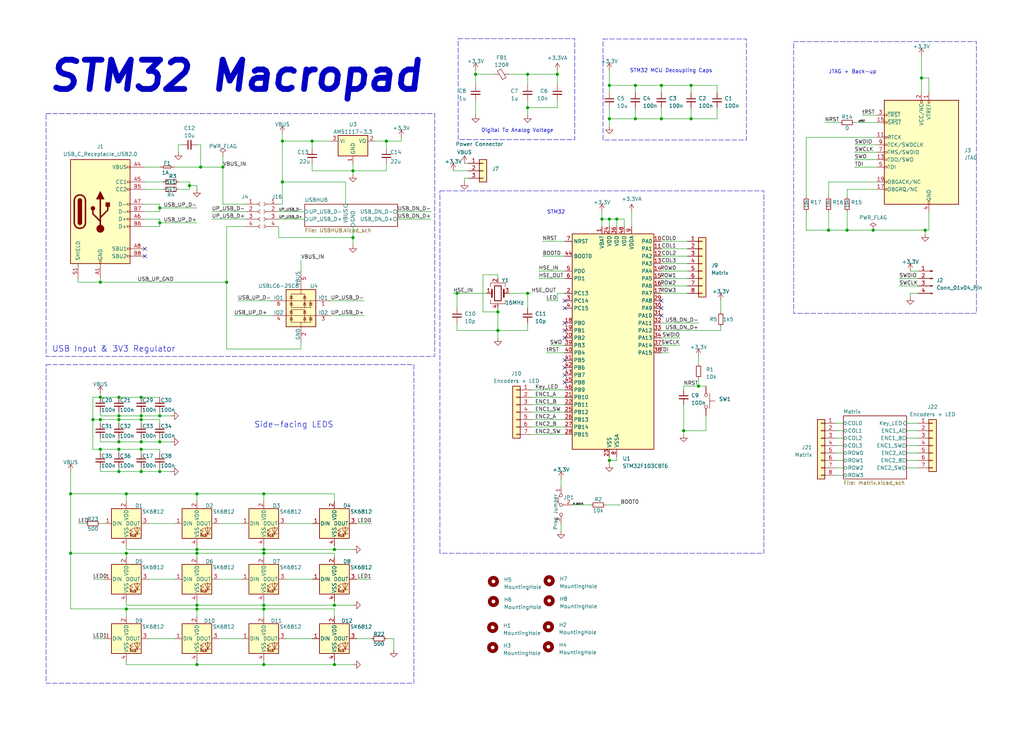
<source format=kicad_sch>
(kicad_sch (version 20230121) (generator eeschema)
  (paper "User" 350.012 250.012)
  (title_block (title "STM32 Macropad") (date "2023-12-06") (rev "1") (company "Irfaan"))
  (junction (at 40.64 143.51))
  (junction (at 120.65 58.42))
  (junction (at 170.18 106.68))
  (junction (at 54.61 76.2))
  (junction (at 43.18 168.91))
  (junction (at 68.58 57.15))
  (junction (at 233.68 147.32))
  (junction (at 40.64 135.89))
  (junction (at 210.82 74.93))
  (junction (at 67.31 207.01))
  (junction (at 40.64 151.13))
  (junction (at 67.31 208.28))
  (junction (at 132.08 48.26))
  (junction (at 90.17 168.91))
  (junction (at 283.21 78.74))
  (junction (at 77.47 96.52))
  (junction (at 114.3 207.01))
  (junction (at 120.65 81.28))
  (junction (at 24.13 189.23))
  (junction (at 54.61 71.12))
  (junction (at 34.29 153.67))
  (junction (at 48.26 161.29))
  (junction (at 217.17 40.64))
  (junction (at 54.61 151.13))
  (junction (at 162.56 25.4))
  (junction (at 31.75 143.51))
  (junction (at 90.17 189.23))
  (junction (at 208.28 74.93))
  (junction (at 76.2 57.15))
  (junction (at 106.68 48.26))
  (junction (at 208.28 157.48))
  (junction (at 236.22 29.21))
  (junction (at 114.3 227.33))
  (junction (at 54.61 161.29))
  (junction (at 90.17 227.33))
  (junction (at 48.26 142.24))
  (junction (at 54.61 142.24))
  (junction (at 217.17 29.21))
  (junction (at 180.34 25.4))
  (junction (at 208.28 29.21))
  (junction (at 205.74 74.93))
  (junction (at 67.31 189.23))
  (junction (at 24.13 168.91))
  (junction (at 34.29 135.89))
  (junction (at 114.3 187.96))
  (junction (at 314.96 26.67))
  (junction (at 43.18 189.23))
  (junction (at 34.29 96.52))
  (junction (at 96.52 48.26))
  (junction (at 34.29 143.51))
  (junction (at 190.5 25.4))
  (junction (at 226.06 29.21))
  (junction (at 156.21 100.33))
  (junction (at 48.26 151.13))
  (junction (at 90.17 208.28))
  (junction (at 180.34 36.83))
  (junction (at 236.22 40.64))
  (junction (at 67.31 227.33))
  (junction (at 170.18 113.03))
  (junction (at 238.76 132.08))
  (junction (at 90.17 207.01))
  (junction (at 67.31 187.96))
  (junction (at 48.26 143.51))
  (junction (at 90.17 187.96))
  (junction (at 208.28 40.64))
  (junction (at 43.18 208.28))
  (junction (at 67.31 168.91))
  (junction (at 48.26 135.89))
  (junction (at 96.52 62.23))
  (junction (at 40.64 153.67))
  (junction (at 226.06 40.64))
  (junction (at 298.45 78.74))
  (junction (at 316.23 78.74))
  (junction (at 48.26 153.67))
  (junction (at 64.77 63.5))
  (junction (at 180.34 100.33))
  (junction (at 40.64 142.24))
  (junction (at 40.64 161.29))
  (junction (at 289.56 78.74))
  (no_connect (at 193.04 110.49))
  (no_connect (at 226.06 107.95))
  (no_connect (at 226.06 102.87))
  (no_connect (at 193.04 125.73))
  (no_connect (at 49.53 87.63))
  (no_connect (at 193.04 105.41))
  (no_connect (at 193.04 115.57))
  (no_connect (at 49.53 85.09))
  (no_connect (at 193.04 128.27))
  (no_connect (at 193.04 102.87))
  (no_connect (at 226.06 105.41))
  (no_connect (at 193.04 123.19))
  (no_connect (at 193.04 130.81))
  (no_connect (at 193.04 113.03))
  (wire (pts (xy 226.06 85.09) (xy 234.95 85.09)))
  (wire (pts (xy 185.42 87.63) (xy 193.04 87.63)))
  (wire (pts (xy 285.75 149.86) (xy 288.29 149.86)))
  (wire (pts (xy 43.18 189.23) (xy 43.18 190.5)))
  (wire (pts (xy 217.17 40.64) (xy 226.06 40.64)))
  (wire (pts (xy 120.65 55.88) (xy 120.65 58.42)))
  (wire (pts (xy 137.16 48.26) (xy 137.16 46.99)))
  (wire (pts (xy 114.3 189.23) (xy 114.3 190.5)))
  (wire (pts (xy 233.68 147.32) (xy 233.68 138.43)))
  (wire (pts (xy 67.31 168.91) (xy 67.31 171.45)))
  (wire (pts (xy 77.47 77.47) (xy 83.82 77.47)))
  (wire (pts (xy 54.61 160.02) (xy 54.61 161.29)))
  (wire (pts (xy 64.77 64.77) (xy 60.96 64.77)))
  (wire (pts (xy 184.15 95.25) (xy 193.04 95.25)))
  (wire (pts (xy 54.61 69.85) (xy 54.61 71.12)))
  (wire (pts (xy 31.75 135.89) (xy 31.75 143.51)))
  (wire (pts (xy 292.1 54.61) (xy 299.72 54.61)))
  (wire (pts (xy 24.13 161.29) (xy 24.13 168.91)))
  (wire (pts (xy 275.59 72.39) (xy 275.59 78.74)))
  (wire (pts (xy 49.53 64.77) (xy 55.88 64.77)))
  (wire (pts (xy 24.13 189.23) (xy 43.18 189.23)))
  (wire (pts (xy 121.92 198.12) (xy 127 198.12)))
  (wire (pts (xy 238.76 129.54) (xy 238.76 132.08)))
  (wire (pts (xy 58.42 142.24) (xy 54.61 142.24)))
  (wire (pts (xy 48.26 160.02) (xy 48.26 161.29)))
  (wire (pts (xy 181.61 138.43) (xy 193.04 138.43)))
  (wire (pts (xy 208.28 40.64) (xy 208.28 36.83)))
  (wire (pts (xy 154.94 100.33) (xy 156.21 100.33)))
  (wire (pts (xy 210.82 157.48) (xy 208.28 157.48)))
  (wire (pts (xy 309.88 157.48) (xy 313.69 157.48)))
  (wire (pts (xy 275.59 46.99) (xy 275.59 67.31)))
  (wire (pts (xy 283.21 62.23) (xy 283.21 67.31)))
  (wire (pts (xy 170.18 113.03) (xy 170.18 115.57)))
  (wire (pts (xy 67.31 207.01) (xy 90.17 207.01)))
  (wire (pts (xy 236.22 40.64) (xy 245.11 40.64)))
  (wire (pts (xy 50.8 218.44) (xy 59.69 218.44)))
  (wire (pts (xy 162.56 34.29) (xy 162.56 39.37)))
  (wire (pts (xy 226.06 100.33) (xy 234.95 100.33)))
  (wire (pts (xy 67.31 227.33) (xy 90.17 227.33)))
  (wire (pts (xy 120.65 77.47) (xy 120.65 81.28)))
  (wire (pts (xy 54.61 71.12) (xy 54.61 72.39)))
  (wire (pts (xy 158.75 62.23) (xy 158.75 60.96)))
  (wire (pts (xy 207.01 172.72) (xy 212.09 172.72)))
  (wire (pts (xy 95.25 74.93) (xy 104.14 74.93)))
  (wire (pts (xy 213.36 74.93) (xy 210.82 74.93)))
  (wire (pts (xy 34.29 151.13) (xy 40.64 151.13)))
  (wire (pts (xy 40.64 151.13) (xy 48.26 151.13)))
  (wire (pts (xy 208.28 77.47) (xy 208.28 74.93)))
  (wire (pts (xy 195.58 172.72) (xy 201.93 172.72)))
  (wire (pts (xy 90.17 205.74) (xy 90.17 207.01)))
  (wire (pts (xy 67.31 187.96) (xy 67.31 186.69)))
  (wire (pts (xy 24.13 208.28) (xy 43.18 208.28)))
  (wire (pts (xy 154.94 58.42) (xy 160.02 58.42)))
  (wire (pts (xy 281.94 41.91) (xy 287.02 41.91)))
  (wire (pts (xy 114.3 207.01) (xy 114.3 205.74)))
  (wire (pts (xy 40.64 140.97) (xy 40.64 142.24)))
  (wire (pts (xy 48.26 140.97) (xy 48.26 142.24)))
  (wire (pts (xy 90.17 226.06) (xy 90.17 227.33)))
  (wire (pts (xy 313.69 92.71) (xy 311.15 92.71)))
  (wire (pts (xy 95.25 77.47) (xy 95.25 81.28)))
  (wire (pts (xy 217.17 36.83) (xy 217.17 40.64)))
  (wire (pts (xy 132.08 48.26) (xy 132.08 50.8)))
  (wire (pts (xy 168.91 25.4) (xy 162.56 25.4)))
  (wire (pts (xy 124.46 102.87) (xy 113.03 102.87)))
  (wire (pts (xy 226.06 82.55) (xy 234.95 82.55)))
  (wire (pts (xy 208.28 31.75) (xy 208.28 29.21)))
  (wire (pts (xy 292.1 49.53) (xy 299.72 49.53)))
  (wire (pts (xy 114.3 187.96) (xy 120.65 187.96)))
  (wire (pts (xy 34.29 161.29) (xy 40.64 161.29)))
  (wire (pts (xy 67.31 226.06) (xy 67.31 227.33)))
  (wire (pts (xy 113.03 48.26) (xy 106.68 48.26)))
  (wire (pts (xy 246.38 102.87) (xy 246.38 106.68)))
  (wire (pts (xy 283.21 72.39) (xy 283.21 78.74)))
  (wire (pts (xy 309.88 152.4) (xy 313.69 152.4)))
  (wire (pts (xy 241.3 147.32) (xy 233.68 147.32)))
  (wire (pts (xy 26.67 179.07) (xy 29.21 179.07)))
  (wire (pts (xy 40.64 153.67) (xy 40.64 154.94)))
  (wire (pts (xy 67.31 49.53) (xy 68.58 49.53)))
  (wire (pts (xy 205.74 74.93) (xy 205.74 77.47)))
  (wire (pts (xy 40.64 160.02) (xy 40.64 161.29)))
  (wire (pts (xy 90.17 168.91) (xy 90.17 171.45)))
  (wire (pts (xy 48.26 142.24) (xy 54.61 142.24)))
  (wire (pts (xy 43.18 208.28) (xy 43.18 210.82)))
  (wire (pts (xy 90.17 189.23) (xy 90.17 190.5)))
  (wire (pts (xy 292.1 57.15) (xy 299.72 57.15)))
  (wire (pts (xy 120.65 207.01) (xy 114.3 207.01)))
  (wire (pts (xy 54.61 143.51) (xy 54.61 144.78)))
  (wire (pts (xy 217.17 40.64) (xy 208.28 40.64)))
  (wire (pts (xy 54.61 76.2) (xy 67.31 76.2)))
  (wire (pts (xy 34.29 153.67) (xy 40.64 153.67)))
  (wire (pts (xy 77.47 96.52) (xy 77.47 119.38)))
  (wire (pts (xy 40.64 149.86) (xy 40.64 151.13)))
  (wire (pts (xy 43.18 207.01) (xy 67.31 207.01)))
  (wire (pts (xy 165.1 93.98) (xy 170.18 93.98)))
  (wire (pts (xy 114.3 227.33) (xy 114.3 226.06)))
  (wire (pts (xy 96.52 69.85) (xy 95.25 69.85)))
  (wire (pts (xy 233.68 132.08) (xy 233.68 133.35)))
  (wire (pts (xy 180.34 25.4) (xy 173.99 25.4)))
  (wire (pts (xy 43.18 168.91) (xy 67.31 168.91)))
  (wire (pts (xy 54.61 77.47) (xy 49.53 77.47)))
  (wire (pts (xy 236.22 36.83) (xy 236.22 40.64)))
  (wire (pts (xy 215.9 72.39) (xy 215.9 77.47)))
  (wire (pts (xy 132.08 48.26) (xy 137.16 48.26)))
  (wire (pts (xy 132.08 58.42) (xy 120.65 58.42)))
  (wire (pts (xy 72.39 74.93) (xy 83.82 74.93)))
  (wire (pts (xy 34.29 140.97) (xy 34.29 142.24)))
  (wire (pts (xy 50.8 198.12) (xy 59.69 198.12)))
  (wire (pts (xy 120.65 81.28) (xy 120.65 83.82)))
  (wire (pts (xy 34.29 143.51) (xy 34.29 144.78)))
  (wire (pts (xy 285.75 147.32) (xy 288.29 147.32)))
  (wire (pts (xy 289.56 72.39) (xy 289.56 78.74)))
  (wire (pts (xy 43.18 208.28) (xy 67.31 208.28)))
  (wire (pts (xy 102.87 88.9) (xy 102.87 92.71)))
  (wire (pts (xy 190.5 102.87) (xy 190.5 100.33)))
  (wire (pts (xy 316.23 78.74) (xy 316.23 80.01)))
  (wire (pts (xy 40.64 161.29) (xy 48.26 161.29)))
  (wire (pts (xy 124.46 107.95) (xy 113.03 107.95)))
  (wire (pts (xy 24.13 189.23) (xy 24.13 208.28)))
  (wire (pts (xy 162.56 24.13) (xy 162.56 25.4)))
  (wire (pts (xy 181.61 135.89) (xy 193.04 135.89)))
  (wire (pts (xy 59.69 57.15) (xy 68.58 57.15)))
  (wire (pts (xy 34.29 96.52) (xy 77.47 96.52)))
  (wire (pts (xy 180.34 110.49) (xy 180.34 113.03)))
  (wire (pts (xy 60.96 49.53) (xy 60.96 52.07)))
  (wire (pts (xy 307.34 97.79) (xy 313.69 97.79)))
  (wire (pts (xy 90.17 208.28) (xy 114.3 208.28)))
  (wire (pts (xy 54.61 71.12) (xy 67.31 71.12)))
  (wire (pts (xy 285.75 160.02) (xy 288.29 160.02)))
  (wire (pts (xy 90.17 227.33) (xy 114.3 227.33)))
  (wire (pts (xy 96.52 48.26) (xy 106.68 48.26)))
  (wire (pts (xy 238.76 132.08) (xy 241.3 132.08)))
  (wire (pts (xy 180.34 25.4) (xy 180.34 29.21)))
  (wire (pts (xy 127 179.07) (xy 121.92 179.07)))
  (wire (pts (xy 96.52 69.85) (xy 96.52 62.23)))
  (wire (pts (xy 106.68 58.42) (xy 120.65 58.42)))
  (wire (pts (xy 31.75 143.51) (xy 34.29 143.51)))
  (wire (pts (xy 226.06 110.49) (xy 238.76 110.49)))
  (wire (pts (xy 294.64 39.37) (xy 299.72 39.37)))
  (wire (pts (xy 180.34 113.03) (xy 170.18 113.03)))
  (wire (pts (xy 135.89 74.93) (xy 147.32 74.93)))
  (wire (pts (xy 90.17 187.96) (xy 114.3 187.96)))
  (wire (pts (xy 170.18 93.98) (xy 170.18 95.25)))
  (wire (pts (xy 134.62 218.44) (xy 134.62 222.25)))
  (wire (pts (xy 313.69 100.33) (xy 311.15 100.33)))
  (wire (pts (xy 64.77 63.5) (xy 64.77 64.77)))
  (wire (pts (xy 317.5 78.74) (xy 316.23 78.74)))
  (wire (pts (xy 226.06 87.63) (xy 234.95 87.63)))
  (wire (pts (xy 74.93 198.12) (xy 82.55 198.12)))
  (wire (pts (xy 64.77 63.5) (xy 67.31 63.5)))
  (wire (pts (xy 285.75 154.94) (xy 288.29 154.94)))
  (wire (pts (xy 132.08 218.44) (xy 134.62 218.44)))
  (wire (pts (xy 64.77 62.23) (xy 64.77 63.5)))
  (wire (pts (xy 289.56 78.74) (xy 298.45 78.74)))
  (wire (pts (xy 26.67 96.52) (xy 26.67 95.25)))
  (wire (pts (xy 186.69 120.65) (xy 193.04 120.65)))
  (wire (pts (xy 314.96 19.05) (xy 314.96 26.67)))
  (wire (pts (xy 68.58 57.15) (xy 76.2 57.15)))
  (wire (pts (xy 309.88 147.32) (xy 313.69 147.32)))
  (wire (pts (xy 314.96 31.75) (xy 314.96 26.67)))
  (wire (pts (xy 213.36 77.47) (xy 213.36 74.93)))
  (wire (pts (xy 210.82 77.47) (xy 210.82 74.93)))
  (wire (pts (xy 114.3 187.96) (xy 114.3 186.69)))
  (wire (pts (xy 226.06 29.21) (xy 236.22 29.21)))
  (wire (pts (xy 54.61 151.13) (xy 54.61 149.86)))
  (wire (pts (xy 292.1 41.91) (xy 299.72 41.91)))
  (wire (pts (xy 190.5 25.4) (xy 180.34 25.4)))
  (wire (pts (xy 226.06 115.57) (xy 232.41 115.57)))
  (wire (pts (xy 205.74 72.39) (xy 205.74 74.93)))
  (wire (pts (xy 34.29 153.67) (xy 34.29 154.94)))
  (wire (pts (xy 62.23 49.53) (xy 60.96 49.53)))
  (wire (pts (xy 226.06 40.64) (xy 236.22 40.64)))
  (wire (pts (xy 208.28 74.93) (xy 205.74 74.93)))
  (wire (pts (xy 317.5 72.39) (xy 317.5 78.74)))
  (wire (pts (xy 114.3 208.28) (xy 114.3 210.82)))
  (wire (pts (xy 114.3 168.91) (xy 114.3 171.45)))
  (wire (pts (xy 50.8 179.07) (xy 59.69 179.07)))
  (wire (pts (xy 76.2 69.85) (xy 83.82 69.85)))
  (wire (pts (xy 187.96 118.11) (xy 193.04 118.11)))
  (wire (pts (xy 190.5 25.4) (xy 190.5 29.21)))
  (wire (pts (xy 180.34 100.33) (xy 181.61 100.33)))
  (wire (pts (xy 40.64 143.51) (xy 40.64 144.78)))
  (wire (pts (xy 217.17 29.21) (xy 226.06 29.21)))
  (wire (pts (xy 132.08 55.88) (xy 132.08 58.42)))
  (wire (pts (xy 26.67 96.52) (xy 34.29 96.52)))
  (wire (pts (xy 190.5 36.83) (xy 180.34 36.83)))
  (wire (pts (xy 185.42 82.55) (xy 193.04 82.55)))
  (wire (pts (xy 106.68 48.26) (xy 106.68 50.8)))
  (wire (pts (xy 208.28 29.21) (xy 217.17 29.21)))
  (wire (pts (xy 210.82 156.21) (xy 210.82 157.48)))
  (wire (pts (xy 90.17 189.23) (xy 114.3 189.23)))
  (wire (pts (xy 48.26 143.51) (xy 48.26 144.78)))
  (wire (pts (xy 170.18 106.68) (xy 165.1 106.68)))
  (wire (pts (xy 77.47 96.52) (xy 77.47 77.47)))
  (wire (pts (xy 289.56 64.77) (xy 289.56 67.31)))
  (wire (pts (xy 67.31 208.28) (xy 67.31 210.82)))
  (wire (pts (xy 118.11 62.23) (xy 96.52 62.23)))
  (wire (pts (xy 31.75 198.12) (xy 35.56 198.12)))
  (wire (pts (xy 285.75 162.56) (xy 288.29 162.56)))
  (wire (pts (xy 96.52 48.26) (xy 96.52 45.72)))
  (wire (pts (xy 120.65 227.33) (xy 114.3 227.33)))
  (wire (pts (xy 298.45 78.74) (xy 316.23 78.74)))
  (wire (pts (xy 40.64 143.51) (xy 48.26 143.51)))
  (wire (pts (xy 190.5 34.29) (xy 190.5 36.83)))
  (wire (pts (xy 292.1 52.07) (xy 299.72 52.07)))
  (wire (pts (xy 184.15 92.71) (xy 193.04 92.71)))
  (wire (pts (xy 24.13 168.91) (xy 43.18 168.91)))
  (wire (pts (xy 74.93 218.44) (xy 82.55 218.44)))
  (wire (pts (xy 34.29 149.86) (xy 34.29 151.13)))
  (wire (pts (xy 208.28 24.13) (xy 208.28 29.21)))
  (wire (pts (xy 40.64 153.67) (xy 48.26 153.67)))
  (wire (pts (xy 54.61 74.93) (xy 54.61 76.2)))
  (wire (pts (xy 238.76 121.92) (xy 238.76 124.46)))
  (wire (pts (xy 43.18 205.74) (xy 43.18 207.01)))
  (wire (pts (xy 208.28 40.64) (xy 208.28 43.18)))
  (wire (pts (xy 102.87 119.38) (xy 102.87 116.84)))
  (wire (pts (xy 34.29 160.02) (xy 34.29 161.29)))
  (wire (pts (xy 40.64 142.24) (xy 48.26 142.24)))
  (wire (pts (xy 60.96 62.23) (xy 64.77 62.23)))
  (wire (pts (xy 314.96 26.67) (xy 317.5 26.67)))
  (wire (pts (xy 34.29 142.24) (xy 40.64 142.24)))
  (wire (pts (xy 31.75 218.44) (xy 35.56 218.44)))
  (wire (pts (xy 24.13 168.91) (xy 24.13 189.23)))
  (wire (pts (xy 43.18 189.23) (xy 67.31 189.23)))
  (wire (pts (xy 156.21 110.49) (xy 156.21 113.03)))
  (wire (pts (xy 285.75 157.48) (xy 288.29 157.48)))
  (wire (pts (xy 309.88 144.78) (xy 313.69 144.78)))
  (wire (pts (xy 54.61 153.67) (xy 54.61 154.94)))
  (wire (pts (xy 191.77 179.07) (xy 191.77 181.61)))
  (wire (pts (xy 236.22 29.21) (xy 236.22 31.75)))
  (wire (pts (xy 97.79 198.12) (xy 106.68 198.12)))
  (wire (pts (xy 95.25 72.39) (xy 104.14 72.39)))
  (wire (pts (xy 181.61 140.97) (xy 193.04 140.97)))
  (wire (pts (xy 307.34 95.25) (xy 313.69 95.25)))
  (wire (pts (xy 54.61 142.24) (xy 54.61 140.97)))
  (wire (pts (xy 186.69 102.87) (xy 190.5 102.87)))
  (wire (pts (xy 181.61 148.59) (xy 193.04 148.59)))
  (wire (pts (xy 80.01 107.95) (xy 92.71 107.95)))
  (wire (pts (xy 226.06 29.21) (xy 226.06 31.75)))
  (wire (pts (xy 208.28 156.21) (xy 208.28 157.48)))
  (wire (pts (xy 96.52 62.23) (xy 96.52 48.26)))
  (wire (pts (xy 67.31 187.96) (xy 90.17 187.96)))
  (wire (pts (xy 43.18 186.69) (xy 43.18 187.96)))
  (wire (pts (xy 49.53 74.93) (xy 54.61 74.93)))
  (wire (pts (xy 226.06 113.03) (xy 246.38 113.03)))
  (wire (pts (xy 76.2 57.15) (xy 76.2 69.85)))
  (wire (pts (xy 241.3 142.24) (xy 241.3 147.32)))
  (wire (pts (xy 226.06 90.17) (xy 234.95 90.17)))
  (wire (pts (xy 48.26 161.29) (xy 54.61 161.29)))
  (wire (pts (xy 165.1 106.68) (xy 165.1 93.98)))
  (wire (pts (xy 128.27 48.26) (xy 132.08 48.26)))
  (wire (pts (xy 118.11 62.23) (xy 118.11 69.85)))
  (wire (pts (xy 34.29 135.89) (xy 31.75 135.89)))
  (wire (pts (xy 74.93 179.07) (xy 82.55 179.07)))
  (wire (pts (xy 58.42 151.13) (xy 54.61 151.13)))
  (wire (pts (xy 43.18 226.06) (xy 43.18 227.33)))
  (wire (pts (xy 162.56 25.4) (xy 162.56 29.21)))
  (wire (pts (xy 67.31 168.91) (xy 90.17 168.91)))
  (wire (pts (xy 180.34 36.83) (xy 180.34 34.29)))
  (wire (pts (xy 238.76 132.08) (xy 233.68 132.08)))
  (wire (pts (xy 156.21 100.33) (xy 156.21 105.41)))
  (wire (pts (xy 48.26 149.86) (xy 48.26 151.13)))
  (wire (pts (xy 245.11 29.21) (xy 245.11 31.75)))
  (wire (pts (xy 309.88 160.02) (xy 313.69 160.02)))
  (wire (pts (xy 120.65 58.42) (xy 120.65 59.69)))
  (wire (pts (xy 49.53 62.23) (xy 55.88 62.23)))
  (wire (pts (xy 48.26 153.67) (xy 48.26 154.94)))
  (wire (pts (xy 180.34 100.33) (xy 180.34 105.41)))
  (wire (pts (xy 90.17 187.96) (xy 90.17 186.69)))
  (wire (pts (xy 34.29 134.62) (xy 34.29 135.89)))
  (wire (pts (xy 180.34 36.83) (xy 180.34 39.37)))
  (wire (pts (xy 190.5 24.13) (xy 190.5 25.4)))
  (wire (pts (xy 90.17 208.28) (xy 90.17 210.82)))
  (wire (pts (xy 275.59 78.74) (xy 283.21 78.74)))
  (wire (pts (xy 236.22 29.21) (xy 245.11 29.21)))
  (wire (pts (xy 245.11 36.83) (xy 245.11 40.64)))
  (wire (pts (xy 158.75 55.88) (xy 160.02 55.88)))
  (wire (pts (xy 81.28 102.87) (xy 92.71 102.87)))
  (wire (pts (xy 97.79 218.44) (xy 106.68 218.44)))
  (wire (pts (xy 54.61 76.2) (xy 54.61 77.47)))
  (wire (pts (xy 49.53 57.15) (xy 54.61 57.15)))
  (wire (pts (xy 226.06 36.83) (xy 226.06 40.64)))
  (wire (pts (xy 246.38 113.03) (xy 246.38 111.76)))
  (wire (pts (xy 48.26 153.67) (xy 54.61 153.67)))
  (wire (pts (xy 67.31 205.74) (xy 67.31 207.01)))
  (wire (pts (xy 233.68 147.32) (xy 233.68 148.59)))
  (wire (pts (xy 68.58 49.53) (xy 68.58 57.15)))
  (wire (pts (xy 210.82 74.93) (xy 208.28 74.93)))
  (wire (pts (xy 48.26 151.13) (xy 54.61 151.13)))
  (wire (pts (xy 285.75 144.78) (xy 288.29 144.78)))
  (wire (pts (xy 54.61 72.39) (xy 49.53 72.39)))
  (wire (pts (xy 311.15 100.33) (xy 311.15 101.6)))
  (wire (pts (xy 309.88 154.94) (xy 313.69 154.94)))
  (wire (pts (xy 40.64 135.89) (xy 48.26 135.89)))
  (wire (pts (xy 158.75 60.96) (xy 160.02 60.96)))
  (wire (pts (xy 49.53 69.85) (xy 54.61 69.85)))
  (wire (pts (xy 226.06 97.79) (xy 234.95 97.79)))
  (wire (pts (xy 90.17 168.91) (xy 114.3 168.91)))
  (wire (pts (xy 190.5 100.33) (xy 193.04 100.33)))
  (wire (pts (xy 77.47 119.38) (xy 102.87 119.38)))
  (wire (pts (xy 67.31 208.28) (xy 90.17 208.28)))
  (wire (pts (xy 170.18 106.68) (xy 170.18 113.03)))
  (wire (pts (xy 43.18 187.96) (xy 67.31 187.96)))
  (wire (pts (xy 309.88 149.86) (xy 313.69 149.86)))
  (wire (pts (xy 34.29 135.89) (xy 40.64 135.89)))
  (wire (pts (xy 226.06 120.65) (xy 228.6 120.65)))
  (wire (pts (xy 48.26 143.51) (xy 54.61 143.51)))
  (wire (pts (xy 43.18 168.91) (xy 43.18 171.45)))
  (wire (pts (xy 106.68 55.88) (xy 106.68 58.42)))
  (wire (pts (xy 135.89 72.39) (xy 147.32 72.39)))
  (wire (pts (xy 76.2 53.34) (xy 76.2 57.15)))
  (wire (pts (xy 97.79 179.07) (xy 106.68 179.07)))
  (wire (pts (xy 72.39 72.39) (xy 83.82 72.39)))
  (wire (pts (xy 299.72 62.23) (xy 283.21 62.23)))
  (wire (pts (xy 208.28 157.48) (xy 208.28 158.75)))
  (wire (pts (xy 31.75 143.51) (xy 31.75 153.67)))
  (wire (pts (xy 299.72 64.77) (xy 289.56 64.77)))
  (wire (pts (xy 67.31 63.5) (xy 67.31 64.77)))
  (wire (pts (xy 34.29 95.25) (xy 34.29 96.52)))
  (wire (pts (xy 67.31 189.23) (xy 67.31 190.5)))
  (wire (pts (xy 181.61 146.05) (xy 193.04 146.05)))
  (wire (pts (xy 34.29 143.51) (xy 40.64 143.51)))
  (wire (pts (xy 317.5 26.67) (xy 317.5 31.75)))
  (wire (pts (xy 95.25 81.28) (xy 120.65 81.28)))
  (wire (pts (xy 285.75 152.4) (xy 288.29 152.4)))
  (wire (pts (xy 170.18 105.41) (xy 170.18 106.68)))
  (wire (pts (xy 299.72 46.99) (xy 275.59 46.99)))
  (wire (pts (xy 48.26 135.89) (xy 54.61 135.89)))
  (wire (pts (xy 58.42 161.29) (xy 54.61 161.29)))
  (wire (pts (xy 283.21 78.74) (xy 289.56 78.74)))
  (wire (pts (xy 181.61 133.35) (xy 193.04 133.35)))
  (wire (pts (xy 226.06 118.11) (xy 232.41 118.11)))
  (wire (pts (xy 90.17 207.01) (xy 114.3 207.01)))
  (wire (pts (xy 67.31 189.23) (xy 90.17 189.23)))
  (wire (pts (xy 226.06 95.25) (xy 234.95 95.25)))
  (wire (pts (xy 156.21 113.03) (xy 170.18 113.03)))
  (wire (pts (xy 191.77 163.83) (xy 191.77 166.37)))
  (wire (pts (xy 217.17 29.21) (xy 217.17 31.75)))
  (wire (pts (xy 34.29 179.07) (xy 35.56 179.07)))
  (wire (pts (xy 181.61 143.51) (xy 193.04 143.51)))
  (wire (pts (xy 43.18 227.33) (xy 67.31 227.33)))
  (wire (pts (xy 226.06 92.71) (xy 234.95 92.71)))
  (wire (pts (xy 31.75 153.67) (xy 34.29 153.67)))
  (wire (pts (xy 156.21 100.33) (xy 166.37 100.33)))
  (wire (pts (xy 173.99 100.33) (xy 180.34 100.33)))
  (wire (pts (xy 121.92 218.44) (xy 127 218.44)))
  (rectangle (start 156.591 13.208) (end 196.469 47.752) (stroke (width 0) (type dash)))
  (rectangle (start 15.748 38.862) (end 148.59 121.92) (stroke (width 0) (type dash)))
  (rectangle (start 15.748 124.714) (end 141.478 233.68) (stroke (width 0) (type dash)))
  (rectangle (start 206.121 13.335) (end 255.143 47.879) (stroke (width 0) (type dash)))
  (rectangle (start 271.272 14.224) (end 333.756 107.188) (stroke (width 0) (type dash)))
  (rectangle (start 150.368 65.278) (end 261.112 189.23) (stroke (width 0) (type dash)))
  (text "STM32 Macropad" (at 16.002 32.004 0) (effects (font (size 10 10) (thickness 2) bold italic) (justify left bottom)))
  (text "JTAG + Back-up" (at 283.21 25.4 0) (effects (font (size 1.27 1.27)) (justify left bottom)))
  (text "Side-facing LEDS\n" (at 86.868 146.558 0) (effects (font (size 2 2)) (justify left bottom)))
  (text "Digital To Analog Voltage" (at 164.465 45.466 0) (effects (font (size 1.27 1.27)) (justify left bottom)))
  (text "USB Input & 3V3 Regulator" (at 17.78 120.65 0) (effects (font (size 2 2)) (justify left bottom)))
  (text "STM32" (at 186.944 73.406 0) (effects (font (size 1.27 1.27)) (justify left bottom)))
  (text "STM32 MCU Decoupling Caps" (at 215.265 25.019 0) (effects (font (size 1.27 1.27)) (justify left bottom)))
  (label "NRST" (at 185.42 82.55 0))
  (label "ROW0" (at 231.14 92.71 180))
  (label "ROW1" (at 231.14 95.25 180))
  (label "HSE_IN" (at 184.15 92.71 0))
  (label "SWO" (at 292.1 54.61 0))
  (label "USB_DN_D-" (at 147.32 72.39 180))
  (label "COL3" (at 231.14 90.17 180))
  (label "COL1" (at 231.14 85.09 180))
  (label "USB_DN_D+" (at 238.76 113.03 180))
  (label "LED" (at 186.69 102.87 0))
  (label "Key_LED" (at 182.88 133.35 0))
  (label "BOOT0" (at 212.09 172.72 0))
  (label "SWCLK" (at 232.41 118.11 180))
  (label "COL0" (at 231.14 82.55 180))
  (label "USB_UP_D-" (at 67.31 71.12 180))
  (label "LED1" (at 127 198.12 180))
  (label "NRST" (at 281.94 41.91 0))
  (label "VBUS_IN" (at 76.2 57.15 0))
  (label "tRST" (at 294.64 39.37 0))
  (label "LED0" (at 127 179.07 180))
  (label "LED1" (at 31.75 218.44 0))
  (label "ENC1_A" (at 182.88 135.89 0))
  (label "ROW3" (at 231.14 100.33 180))
  (label "USB_DN_D-" (at 238.76 110.49 180))
  (label "JP_BOOT0" (at 195.58 172.72 0) (effects (font (size 0.5 0.5))))
  (label "TDI" (at 228.6 120.65 180))
  (label "ENC2_SW" (at 182.88 148.59 0))
  (label "SWDIO" (at 292.1 49.53 0))
  (label "SWCLK" (at 307.34 97.79 0))
  (label "HSE_OUT" (at 184.15 95.25 0))
  (label "ENC1_B" (at 182.88 138.43 0))
  (label "TDI" (at 292.1 57.15 0))
  (label "USB_DN_D+" (at 147.32 74.93 180))
  (label "SWCLK" (at 292.1 52.07 0))
  (label "ENC1_SW" (at 182.88 140.97 0))
  (label "USB_UP_GND" (at 46.99 96.52 0))
  (label "USB_UP_D-" (at 81.28 102.87 0))
  (label "COL2" (at 231.14 87.63 180))
  (label "SWDIO" (at 307.34 95.25 0))
  (label "SWO" (at 187.96 118.11 0))
  (label "NRST" (at 233.68 132.08 0))
  (label "sRST" (at 293.37 41.91 0) (effects (font (size 0.64 0.64))))
  (label "ENC2_B" (at 182.88 146.05 0))
  (label "HSE_OUT" (at 181.61 100.33 0))
  (label "ROW2" (at 231.14 97.79 180))
  (label "USB_UP_D+" (at 67.31 76.2 180))
  (label "LED" (at 26.67 179.07 0))
  (label "UP_USB_D+" (at 72.39 74.93 0))
  (label "LED0" (at 31.75 198.12 0))
  (label "UP_USB_D+" (at 124.46 107.95 180))
  (label "UP_USB_D-" (at 72.39 72.39 0))
  (label "UP_USB_D-" (at 95.25 72.39 0) (effects (font (size 0.9 0.9))))
  (label "ENC2_A" (at 182.88 143.51 0))
  (label "UP_USB_D+" (at 95.25 74.93 0) (effects (font (size 0.9 0.9))))
  (label "BOOT0" (at 185.42 87.63 0))
  (label "tRST" (at 186.69 120.65 0))
  (label "SWDIO" (at 232.41 115.57 180))
  (label "UP_USB_D-" (at 124.46 102.87 180))
  (label "USB_UP_D+" (at 80.01 107.95 0))
  (label "VBUS_IN" (at 102.87 88.9 0))
  (label "HSE_IN" (at 154.94 100.33 0))
  (symbol (lib_id "Device:C_Small") (at 40.64 147.32 0) (unit 1)
    (property "Reference" "C32" (at 40.894 145.796 0) (effects (justify left)))
    (property "Value" "100n" (at 40.894 149.098 0) (effects (justify left)))
    (property "Footprint" "Capacitor_SMD:C_0805_2012Metric_Pad1.18x1.45mm_HandSolder" (effects hide))
  )
  (symbol (lib_id "power:+3.3VA") (at 215.9 72.39 0) (unit 1)
    (property "Reference" "#PWR04" (effects hide))
    (property "Value" "+3.3VA" (at 215.9 68.072 0))
  )
  (symbol (lib_id "Device:C_Small") (at 236.22 34.29 0) (unit 1)
    (property "Reference" "C2" (at 238.76 33.6613 0) (effects (justify left)))
    (property "Value" "100n" (at 238.76 36.2013 0) (effects (justify left)))
    (property "Footprint" "Capacitor_SMD:C_0805_2012Metric_Pad1.18x1.45mm_HandSolder" (effects hide))
  )
  (symbol (lib_id "Connector:Conn_01x04_Pin") (at 318.77 95.25 0) (mirror y) (unit 1)
    (property "Reference" "J2" (at 320.04 95.885 0) (effects (justify right)))
    (property "Value" "Conn_01x04_Pin" (at 320.04 98.425 0) (effects (justify right)))
    (property "Footprint" "Connector_PinHeader_2.54mm:PinHeader_1x04_P2.54mm_Vertical" (effects hide))
  )
  (symbol (lib_id "Connector:Conn_ARM_JTAG_SWD_20") (at 314.96 52.07 0) (mirror y) (unit 1)
    (property "Reference" "J3" (at 329.565 51.435 0) (effects (justify right)))
    (property "Value" "JTAG" (at 329.565 53.975 0) (effects (justify right)))
    (property "Footprint" "Connector_PinHeader_2.54mm:PinHeader_2x10_P2.54mm_Vertical" (effects hide))
    (property "Datasheet" "http://infocenter.arm.com/help/topic/com.arm.doc.dui0499b/DUI0499B_system_design_reference.pdf" (effects hide))
  )
  (symbol (lib_id "power:+3.3VA") (at 190.5 24.13 0) (unit 1)
    (property "Reference" "#PWR065" (effects hide))
    (property "Value" "+3.3VA" (at 190.5 19.812 0))
  )
  (symbol (lib_id "power:GND") (at 180.34 39.37 0) (mirror y) (unit 1)
    (property "Reference" "#PWR05" (effects hide))
    (property "Value" "GND" (effects hide))
  )
  (symbol (lib_id "Device:C_Small") (at 180.34 107.95 0) (unit 1)
    (property "Reference" "C11" (at 182.88 107.3213 0) (effects (justify left)))
    (property "Value" "10p" (at 182.88 109.8613 0) (effects (justify left)))
    (property "Footprint" "Capacitor_SMD:C_0805_2012Metric_Pad1.18x1.45mm_HandSolder" (effects hide))
  )
  (symbol (lib_id "Connector_Generic:Conn_01x08") (at 240.03 90.17 0) (unit 1)
    (property "Reference" "J9" (at 243.078 90.805 0) (effects (justify left)))
    (property "Value" "Matrix" (at 243.078 93.345 0) (effects (justify left)))
    (property "Footprint" "Connector_JST:JST_EH_B8B-EH-A_1x08_P2.50mm_Vertical" (effects hide))
  )
  (symbol (lib_id "power:PWR_FLAG") (at 76.2 53.34 0) (unit 1)
    (property "Reference" "#FLG02" (effects hide))
    (property "Value" "PWR_FLAG" (at 76.2 50.038 0))
  )
  (symbol (lib_name "SK6812_1") (lib_id "LED:SK6812") (at 90.17 218.44 0) (unit 1)
    (property "Reference" "D11" (at 94.488 212.344 0))
    (property "Value" "SK6812" (at 99.314 214.376 0))
    (property "Footprint" "SK6812SIDE:SK6812SIDE" (effects hide))
    (property "Datasheet" "https://cdn-shop.adafruit.com/product-files/1138/SK6812+LED+datasheet+.pdf" (effects hide))
  )
  (symbol (lib_name "SK6812_1") (lib_id "LED:SK6812") (at 43.18 198.12 0) (unit 1)
    (property "Reference" "D5" (at 47.498 192.024 0))
    (property "Value" "SK6812" (at 52.324 194.056 0))
    (property "Footprint" "SK6812SIDE:SK6812SIDE" (effects hide))
    (property "Datasheet" "https://cdn-shop.adafruit.com/product-files/1138/SK6812+LED+datasheet+.pdf" (effects hide))
  )
  (symbol (lib_id "power:+3.3V") (at 238.76 121.92 0) (unit 1)
    (property "Reference" "#PWR07" (effects hide))
    (property "Value" "+3.3V" (at 238.76 118.745 0))
  )
  (symbol (lib_id "Device:Crystal_GND24") (at 170.18 100.33 0) (unit 1)
    (property "Reference" "Y1" (at 172.72 95.885 0))
    (property "Value" "16MHz" (at 175.895 103.505 0))
    (property "Footprint" "Crystal:Crystal_SMD_3225-4Pin_3.2x2.5mm_HandSoldering" (effects hide))
  )
  (symbol (lib_id "power:GND") (at 120.65 59.69 0) (unit 1)
    (property "Reference" "#PWR019" (effects hide))
    (property "Value" "GND" (effects hide))
  )
  (symbol (lib_id "Device:R_Small") (at 129.54 218.44 90) (unit 1)
    (property "Reference" "R22" (at 129.54 216.916 90))
    (property "Value" "500" (at 129.54 220.218 90))
    (property "Footprint" "Resistor_SMD:R_0805_2012Metric_Pad1.20x1.40mm_HandSolder" (effects hide))
  )
  (symbol (lib_id "power:VBUS") (at 96.52 45.72 0) (mirror y) (unit 1)
    (property "Reference" "#PWR013" (effects hide))
    (property "Value" "VBUS" (at 96.52 42.545 0))
  )
  (symbol (lib_id "Device:C_Small") (at 245.11 34.29 0) (unit 1)
    (property "Reference" "C1" (at 247.65 33.6613 0) (effects (justify left)))
    (property "Value" "100n" (at 247.65 36.2013 0) (effects (justify left)))
    (property "Footprint" "Capacitor_SMD:C_0805_2012Metric_Pad1.18x1.45mm_HandSolder" (effects hide))
  )
  (symbol (lib_id "Device:R_Small") (at 246.38 109.22 180) (unit 1)
    (property "Reference" "R5" (at 243.84 109.22 0))
    (property "Value" "1k5" (at 248.92 109.22 0))
    (property "Footprint" "Resistor_SMD:R_0805_2012Metric_Pad1.20x1.40mm_HandSolder" (effects hide))
  )
  (symbol (lib_id "power:GND") (at 311.15 101.6 0) (unit 1)
    (property "Reference" "#PWR018" (effects hide))
    (property "Value" "GND" (effects hide))
  )
  (symbol (lib_id "power:GND") (at 170.18 115.57 0) (unit 1)
    (property "Reference" "#PWR011" (effects hide))
    (property "Value" "GND" (effects hide))
  )
  (symbol (lib_id "Device:C_Small") (at 64.77 49.53 90) (unit 1)
    (property "Reference" "C12" (at 64.7763 43.815 90))
    (property "Value" "10u" (at 64.7763 46.355 90))
    (property "Footprint" "Capacitor_SMD:C_0805_2012Metric_Pad1.18x1.45mm_HandSolder" (effects hide))
  )
  (symbol (lib_id "power:GND") (at 58.42 161.29 90) (unit 1)
    (property "Reference" "#PWR061" (effects hide))
    (property "Value" "GND" (effects hide))
  )
  (symbol (lib_id "power:VBUS") (at 34.29 134.62 0) (unit 1)
    (property "Reference" "#PWR058" (effects hide))
    (property "Value" "VBUS" (at 34.29 131.445 0))
  )
  (symbol (lib_id "Connector:USB_C_Receptacle_USB2.0") (at 34.29 72.39 0) (unit 1)
    (property "Reference" "J1" (at 34.29 50.165 0))
    (property "Value" "USB_C_Receptacle_USB2.0" (at 34.29 52.705 0))
    (property "Footprint" "Connector_USB:USB_C_Receptacle_HRO_TYPE-C-31-M-12" (effects hide))
    (property "Datasheet" "https://www.usb.org/sites/default/files/documents/usb_type-c.zip" (effects hide))
  )
  (symbol (lib_id "Device:R_Small") (at 58.42 64.77 90) (unit 1)
    (property "Reference" "R4" (at 58.42 66.675 90))
    (property "Value" "5k1" (at 58.42 64.77 90))
    (property "Footprint" "Resistor_SMD:R_0805_2012Metric_Pad1.20x1.40mm_HandSolder" (effects hide))
  )
  (symbol (lib_id "Device:C_Small") (at 180.34 31.75 0) (mirror y) (unit 1)
    (property "Reference" "C7" (at 177.165 31.1213 0) (effects (justify left)))
    (property "Value" "1u" (at 177.165 33.6613 0) (effects (justify left)))
    (property "Footprint" "Capacitor_SMD:C_0805_2012Metric_Pad1.18x1.45mm_HandSolder" (effects hide))
  )
  (symbol (lib_id "power:GND") (at 208.28 43.18 0) (unit 1)
    (property "Reference" "#PWR03" (effects hide))
    (property "Value" "GND" (effects hide))
  )
  (symbol (lib_id "Connector_Generic:Conn_01x08") (at 280.67 152.4 0) (mirror y) (unit 1)
    (property "Reference" "J21" (at 277.622 153.035 0) (effects (justify left)))
    (property "Value" "Matrix" (at 277.622 155.575 0) (effects (justify left)))
    (property "Footprint" "Connector_JST:JST_EH_B8B-EH-A_1x08_P2.50mm_Vertical" (effects hide))
  )
  (symbol (lib_id "Device:C_Small") (at 208.28 34.29 0) (unit 1)
    (property "Reference" "C5" (at 210.82 33.6613 0) (effects (justify left)))
    (property "Value" "10u" (at 210.82 36.2013 0) (effects (justify left)))
    (property "Footprint" "Capacitor_SMD:C_0805_2012Metric_Pad1.18x1.45mm_HandSolder" (effects hide))
  )
  (symbol (lib_name "SK6812_1") (lib_id "LED:SK6812") (at 43.18 179.07 0) (unit 1)
    (property "Reference" "D1" (at 47.498 172.974 0))
    (property "Value" "SK6812" (at 52.324 175.006 0))
    (property "Footprint" "SK6812SIDE:SK6812SIDE" (effects hide))
    (property "Datasheet" "https://cdn-shop.adafruit.com/product-files/1138/SK6812+LED+datasheet+.pdf" (effects hide))
  )
  (symbol (lib_id "power:+3.3V") (at 191.77 163.83 0) (unit 1)
    (property "Reference" "#PWR09" (effects hide))
    (property "Value" "+3.3V" (at 191.77 160.655 0))
  )
  (symbol (lib_id "power:GND") (at 120.65 227.33 90) (unit 1)
    (property "Reference" "#PWR056" (effects hide))
    (property "Value" "GND" (effects hide))
  )
  (symbol (lib_id "Device:C_Small") (at 226.06 34.29 0) (unit 1)
    (property "Reference" "C3" (at 228.6 33.6613 0) (effects (justify left)))
    (property "Value" "100n" (at 228.6 36.2013 0) (effects (justify left)))
    (property "Footprint" "Capacitor_SMD:C_0805_2012Metric_Pad1.18x1.45mm_HandSolder" (effects hide))
  )
  (symbol (lib_id "power:GND") (at 191.77 181.61 0) (unit 1)
    (property "Reference" "#PWR010" (effects hide))
    (property "Value" "GND" (effects hide))
  )
  (symbol (lib_id "Connector_Generic:Conn_01x07") (at 318.77 152.4 0) (unit 1)
    (property "Reference" "J22" (at 318.77 139.192 0))
    (property "Value" "Encoders + LED" (at 318.77 141.732 0))
    (property "Footprint" "Connector_JST:JST_EH_B7B-EH-A_1x07_P2.50mm_Vertical" (effects hide))
  )
  (symbol (lib_id "Device:R_Small") (at 238.76 127 0) (unit 1)
    (property "Reference" "R1" (at 241.3 126.365 0) (effects (justify left)))
    (property "Value" "10k" (at 241.3 128.905 0) (effects (justify left)))
    (property "Footprint" "Resistor_SMD:R_0805_2012Metric_Pad1.20x1.40mm_HandSolder" (effects hide))
  )
  (symbol (lib_id "Device:Fuse_Small") (at 57.15 57.15 0) (unit 1)
    (property "Reference" "F1" (at 57.15 55.88 0))
    (property "Value" "1A" (at 56.515 59.055 0))
    (property "Footprint" "Fuse:Fuse_1206_3216Metric_Pad1.42x1.75mm_HandSolder" (effects hide))
  )
  (symbol (lib_id "power:GND") (at 67.31 64.77 0) (unit 1)
    (property "Reference" "#PWR014" (effects hide))
    (property "Value" "GND" (effects hide))
  )
  (symbol (lib_id "Device:R_Small") (at 58.42 62.23 90) (unit 1)
    (property "Reference" "R3" (at 59.055 60.325 90))
    (property "Value" "5k1" (at 58.42 62.23 90))
    (property "Footprint" "Resistor_SMD:R_0805_2012Metric_Pad1.20x1.40mm_HandSolder" (effects hide))
  )
  (symbol (lib_id "power:+3.3V") (at 205.74 72.39 0) (unit 1)
    (property "Reference" "#PWR02" (effects hide))
    (property "Value" "+3.3V" (at 205.74 69.215 0))
  )
  (symbol (lib_id "Device:R_Small") (at 31.75 179.07 90) (unit 1)
    (property "Reference" "R23" (at 31.75 177.546 90))
    (property "Value" "500" (at 31.75 180.848 90))
    (property "Footprint" "Resistor_SMD:R_0805_2012Metric_Pad1.20x1.40mm_HandSolder" (effects hide))
  )
  (symbol (lib_id "Device:C_Small") (at 54.61 147.32 0) (unit 1)
    (property "Reference" "C34" (at 54.864 145.796 0) (effects (justify left)))
    (property "Value" "100n" (at 54.864 149.098 0) (effects (justify left)))
    (property "Footprint" "Capacitor_SMD:C_0805_2012Metric_Pad1.18x1.45mm_HandSolder" (effects hide))
  )
  (symbol (lib_id "Device:C_Small") (at 48.26 138.43 0) (unit 1)
    (property "Reference" "C29" (at 48.514 136.906 0) (effects (justify left)))
    (property "Value" "100n" (at 48.514 140.208 0) (effects (justify left)))
    (property "Footprint" "Capacitor_SMD:C_0805_2012Metric_Pad1.18x1.45mm_HandSolder" (effects hide))
  )
  (symbol (lib_id "Switch:SW_Push") (at 241.3 137.16 270) (unit 1)
    (property "Reference" "SW1" (at 245.745 136.525 90) (effects (justify left)))
    (property "Value" "SW_Push" (effects hide))
    (property "Footprint" "Button_Switch_SMD:SW_Tactile_SPST_NO_Straight_CK_PTS636Sx25SMTRLFS" (effects hide))
  )
  (symbol (lib_id "Connector_Generic:Conn_01x07") (at 176.53 140.97 0) (mirror y) (unit 1)
    (property "Reference" "J10" (at 176.53 127.762 0))
    (property "Value" "Encoders + LED" (at 176.53 130.302 0))
    (property "Footprint" "Connector_JST:JST_EH_B7B-EH-A_1x07_P2.50mm_Vertical" (effects hide))
  )
  (symbol (lib_id "MCU_ST_STM32F1:STM32F103C8Tx") (at 208.28 118.11 0) (unit 1)
    (property "Reference" "U1" (at 212.7759 156.845 0) (effects (justify left)))
    (property "Value" "STM32F103C8T6" (at 212.7759 159.385 0) (effects (justify left)))
    (property "Footprint" "Package_QFP:LQFP-48_7x7mm_P0.5mm" (effects hide))
    (property "Datasheet" "https://www.st.com/resource/en/datasheet/stm32f103c8.pdf" (effects hide))
  )
  (symbol (lib_name "SK6812_1") (lib_id "LED:SK6812") (at 67.31 198.12 0) (unit 1)
    (property "Reference" "D6" (at 71.628 192.024 0))
    (property "Value" "SK6812" (at 76.454 194.056 0))
    (property "Footprint" "SK6812SIDE:SK6812SIDE" (effects hide))
    (property "Datasheet" "https://cdn-shop.adafruit.com/product-files/1138/SK6812+LED+datasheet+.pdf" (effects hide))
  )
  (symbol (lib_id "power:+3.3V") (at 162.56 24.13 0) (mirror y) (unit 1)
    (property "Reference" "#PWR020" (effects hide))
    (property "Value" "+3.3V" (at 162.56 20.955 0))
  )
  (symbol (lib_id "Mechanical:MountingHole") (at 168.656 205.74 0) (unit 1)
    (property "Reference" "H6" (at 172.212 205.105 0) (effects (justify left)))
    (property "Value" "MountingHole" (at 172.212 207.645 0) (effects (justify left)))
    (property "Footprint" "MountingHole:MountingHole_3.2mm_M3_DIN965" (effects hide))
  )
  (symbol (lib_id "Device:C_Small") (at 48.26 147.32 0) (unit 1)
    (property "Reference" "C33" (at 48.514 145.796 0) (effects (justify left)))
    (property "Value" "100n" (at 48.514 149.098 0) (effects (justify left)))
    (property "Footprint" "Capacitor_SMD:C_0805_2012Metric_Pad1.18x1.45mm_HandSolder" (effects hide))
  )
  (symbol (lib_id "Device:C_Small") (at 48.26 157.48 0) (unit 1)
    (property "Reference" "C17" (at 48.514 155.956 0) (effects (justify left)))
    (property "Value" "100n" (at 48.514 159.258 0) (effects (justify left)))
    (property "Footprint" "Capacitor_SMD:C_0805_2012Metric_Pad1.18x1.45mm_HandSolder" (effects hide))
  )
  (symbol (lib_id "Connector_Generic:Conn_01x03") (at 165.1 58.42 0) (unit 1)
    (property "Reference" "J7" (at 168.148 57.785 0) (effects (justify left)))
    (property "Value" "Power Connector" (at 155.702 49.276 0) (effects (justify left)))
    (property "Footprint" "Connector_JST:JST_EH_B3B-EH-A_1x03_P2.50mm_Vertical" (effects hide))
  )
  (symbol (lib_id "power:VBUS") (at 158.75 55.88 0) (unit 1)
    (property "Reference" "#PWR062" (effects hide))
    (property "Value" "VBUS" (at 158.75 52.07 0))
  )
  (symbol (lib_id "Device:C_Small") (at 132.08 53.34 0) (unit 1)
    (property "Reference" "C14" (at 133.35 52.07 0) (effects (justify left)))
    (property "Value" "22u" (at 133.35 55.245 0) (effects (justify left)))
    (property "Footprint" "Capacitor_SMD:C_0805_2012Metric_Pad1.18x1.45mm_HandSolder" (effects hide))
  )
  (symbol (lib_id "power:GND") (at 120.65 83.82 0) (unit 1)
    (property "Reference" "#PWR094" (effects hide))
    (property "Value" "GND" (effects hide))
  )
  (symbol (lib_id "power:PWR_FLAG") (at 298.45 78.74 0) (unit 1)
    (property "Reference" "#FLG01" (effects hide))
    (property "Value" "PWR_FLAG" (at 298.45 74.422 0))
  )
  (symbol (lib_id "Device:C_Small") (at 190.5 31.75 0) (mirror y) (unit 1)
    (property "Reference" "C6" (at 187.325 31.1213 0) (effects (justify left)))
    (property "Value" "10n" (at 187.325 33.6613 0) (effects (justify left)))
    (property "Footprint" "Capacitor_SMD:C_0805_2012Metric_Pad1.18x1.45mm_HandSolder" (effects hide))
  )
  (symbol (lib_id "Mechanical:MountingHole") (at 187.452 221.234 0) (unit 1)
    (property "Reference" "H4" (at 191.008 220.599 0) (effects (justify left)))
    (property "Value" "MountingHole" (at 191.008 223.139 0) (effects (justify left)))
    (property "Footprint" "MountingHole:MountingHole_3.2mm_M3_DIN965" (effects hide))
  )
  (symbol (lib_id "power:GND") (at 233.68 148.59 0) (unit 1)
    (property "Reference" "#PWR08" (effects hide))
    (property "Value" "GND" (effects hide))
  )
  (symbol (lib_id "power:GND") (at 60.96 52.07 0) (unit 1)
    (property "Reference" "#PWR012" (effects hide))
    (property "Value" "GND" (effects hide))
  )
  (symbol (lib_id "Mechanical:MountingHole") (at 168.402 214.63 0) (unit 1)
    (property "Reference" "H1" (at 171.958 213.995 0) (effects (justify left)))
    (property "Value" "MountingHole" (at 171.958 216.535 0) (effects (justify left)))
    (property "Footprint" "MountingHole:MountingHole_3.2mm_M3_DIN965" (effects hide))
  )
  (symbol (lib_id "power:GND") (at 158.75 62.23 0) (unit 1)
    (property "Reference" "#PWR064" (effects hide))
    (property "Value" "GND" (effects hide))
  )
  (symbol (lib_id "Connector:Conn_01x04_Socket") (at 90.17 72.39 0) (mirror y) (unit 1)
    (property "Reference" "J16" (at 96.52 67.31 0) (effects (justify left)))
    (property "Value" "Conn_01x04_Socket" (effects hide))
    (property "Footprint" "Connector_PinHeader_2.54mm:PinHeader_1x04_P2.54mm_Vertical" (effects hide))
  )
  (symbol (lib_id "power:GND") (at 316.23 80.01 0) (unit 1)
    (property "Reference" "#PWR032" (effects hide))
    (property "Value" "GND" (effects hide))
  )
  (symbol (lib_id "Device:C_Small") (at 34.29 157.48 0) (unit 1)
    (property "Reference" "C35" (at 34.544 155.956 0) (effects (justify left)))
    (property "Value" "100n" (at 34.544 159.258 0) (effects (justify left)))
    (property "Footprint" "Capacitor_SMD:C_0805_2012Metric_Pad1.18x1.45mm_HandSolder" (effects hide))
  )
  (symbol (lib_id "power:GND") (at 58.42 142.24 90) (unit 1)
    (property "Reference" "#PWR059" (effects hide))
    (property "Value" "GND" (effects hide))
  )
  (symbol (lib_id "power:GND") (at 208.28 158.75 0) (unit 1)
    (property "Reference" "#PWR01" (effects hide))
    (property "Value" "GND" (effects hide))
  )
  (symbol (lib_id "Connector:Conn_01x04_Socket") (at 88.9 72.39 0) (unit 1)
    (property "Reference" "J4" (at 82.55 67.31 0) (effects (justify left)))
    (property "Value" "Conn_01x04_Socket" (effects hide))
    (property "Footprint" "Connector_PinHeader_2.54mm:PinHeader_1x04_P2.54mm_Vertical" (effects hide))
  )
  (symbol (lib_id "Mechanical:MountingHole") (at 187.706 198.628 0) (unit 1)
    (property "Reference" "H7" (at 191.262 197.993 0) (effects (justify left)))
    (property "Value" "MountingHole" (at 191.262 200.533 0) (effects (justify left)))
    (property "Footprint" "MountingHole:MountingHole_3.2mm_M3_DIN965" (effects hide))
  )
  (symbol (lib_id "Device:R_Small") (at 204.47 172.72 90) (unit 1)
    (property "Reference" "R2" (at 204.47 170.815 90))
    (property "Value" "10k" (at 204.47 174.625 90))
    (property "Footprint" "Resistor_SMD:R_0805_2012Metric_Pad1.20x1.40mm_HandSolder" (effects hide))
  )
  (symbol (lib_name "SK6812_1") (lib_id "LED:SK6812") (at 67.31 179.07 0) (unit 1)
    (property "Reference" "D2" (at 71.628 172.974 0))
    (property "Value" "SK6812" (at 76.454 175.006 0))
    (property "Footprint" "SK6812SIDE:SK6812SIDE" (effects hide))
    (property "Datasheet" "https://cdn-shop.adafruit.com/product-files/1138/SK6812+LED+datasheet+.pdf" (effects hide))
  )
  (symbol (lib_name "SK6812_1") (lib_id "LED:SK6812") (at 114.3 179.07 0) (unit 1)
    (property "Reference" "D4" (at 118.618 172.974 0))
    (property "Value" "SK6812" (at 123.444 175.006 0))
    (property "Footprint" "SK6812SIDE:SK6812SIDE" (effects hide))
    (property "Datasheet" "https://cdn-shop.adafruit.com/product-files/1138/SK6812+LED+datasheet+.pdf" (effects hide))
  )
  (symbol (lib_id "power:GND") (at 134.62 222.25 0) (unit 1)
    (property "Reference" "#PWR057" (effects hide))
    (property "Value" "GND" (effects hide))
  )
  (symbol (lib_id "Regulator_Linear:AMS1117-3.3") (at 120.65 48.26 0) (unit 1)
    (property "Reference" "U3" (at 120.65 42.545 0))
    (property "Value" "AMS1117-3.3" (at 120.65 45.085 0))
    (property "Footprint" "Package_TO_SOT_SMD:SOT-223-3_TabPin2" (effects hide))
    (property "Datasheet" "http://www.advanced-monolithic.com/pdf/ds1117.pdf" (effects hide))
  )
  (symbol (lib_id "power:GND") (at 58.42 151.13 90) (unit 1)
    (property "Reference" "#PWR060" (effects hide))
    (property "Value" "GND" (effects hide))
  )
  (symbol (lib_id "power:+3.3V") (at 154.94 58.42 0) (unit 1)
    (property "Reference" "#PWR063" (effects hide))
    (property "Value" "+3.3V" (at 154.94 55.245 0))
  )
  (symbol (lib_id "Device:C_Small") (at 233.68 135.89 0) (unit 1)
    (property "Reference" "C9" (at 236.22 135.2613 0) (effects (justify left)))
    (property "Value" "100n" (at 236.22 137.8013 0) (effects (justify left)))
    (property "Footprint" "Capacitor_SMD:C_0805_2012Metric_Pad1.18x1.45mm_HandSolder" (effects hide))
  )
  (symbol (lib_name "SK6812_1") (lib_id "LED:SK6812") (at 114.3 218.44 0) (unit 1)
    (property "Reference" "D12" (at 118.618 212.344 0))
    (property "Value" "SK6812" (at 123.444 214.376 0))
    (property "Footprint" "SK6812SIDE:SK6812SIDE" (effects hide))
    (property "Datasheet" "https://cdn-shop.adafruit.com/product-files/1138/SK6812+LED+datasheet+.pdf" (effects hide))
  )
  (symbol (lib_id "Device:R_Small") (at 289.56 69.85 0) (unit 1)
    (property "Reference" "R15" (at 290.83 69.215 0) (effects (justify left)))
    (property "Value" "10k" (at 289.56 71.12 90) (effects (font (size 1 1)) (justify left)))
    (property "Footprint" "Resistor_SMD:R_0805_2012Metric_Pad1.20x1.40mm_HandSolder" (effects hide))
  )
  (symbol (lib_id "Hub16-rescue:USBLC6-2SC6-josh-ic") (at 102.87 105.41 0) (mirror y) (unit 1)
    (property "Reference" "U4" (at 107.315 97.79 0))
    (property "Value" "USBLC6-2SC6" (at 95.25 97.79 0))
    (property "Footprint" "Package_TO_SOT_SMD:SOT-23-6" (effects hide))
    (property "Datasheet" "http://www2.st.com/resource/en/datasheet/CD00050750.pdf" (effects hide))
    (property "DigiKey" "497-5235-1-ND \r" (effects hide))
    (property "LCSC" "C7519\r" (effects hide))
    (property "MPN" "USBLC6-2SC6\r" (effects hide))
    (property "Manufacturer" "STMicroelectronics" (effects hide))
    (property "Substitue Allowed?" "N" (effects hide))
  )
  (symbol (lib_id "power:+3.3V") (at 314.96 19.05 0) (unit 1)
    (property "Reference" "#PWR031" (effects hide))
    (property "Value" "+3.3V" (at 314.96 15.875 0))
  )
  (symbol (lib_id "Device:C_Small") (at 40.64 138.43 0) (unit 1)
    (property "Reference" "C21" (at 40.894 136.906 0) (effects (justify left)))
    (property "Value" "100n" (at 40.894 140.208 0) (effects (justify left)))
    (property "Footprint" "Capacitor_SMD:C_0805_2012Metric_Pad1.18x1.45mm_HandSolder" (effects hide))
  )
  (symbol (lib_name "SK6812_1") (lib_id "LED:SK6812") (at 67.31 218.44 0) (unit 1)
    (property "Reference" "D10" (at 71.628 212.344 0))
    (property "Value" "SK6812" (at 76.454 214.376 0))
    (property "Footprint" "SK6812SIDE:SK6812SIDE" (effects hide))
    (property "Datasheet" "https://cdn-shop.adafruit.com/product-files/1138/SK6812+LED+datasheet+.pdf" (effects hide))
  )
  (symbol (lib_id "Device:C_Small") (at 54.61 157.48 0) (unit 1)
    (property "Reference" "C38" (at 54.864 155.956 0) (effects (justify left)))
    (property "Value" "100n" (at 54.864 159.258 0) (effects (justify left)))
    (property "Footprint" "Capacitor_SMD:C_0805_2012Metric_Pad1.18x1.45mm_HandSolder" (effects hide))
  )
  (symbol (lib_id "Device:C_Small") (at 54.61 138.43 0) (unit 1)
    (property "Reference" "C30" (at 54.864 136.906 0) (effects (justify left)))
    (property "Value" "100n" (at 54.864 140.208 0) (effects (justify left)))
    (property "Footprint" "Capacitor_SMD:C_0805_2012Metric_Pad1.18x1.45mm_HandSolder" (effects hide))
  )
  (symbol (lib_name "SK6812_1") (lib_id "LED:SK6812") (at 90.17 198.12 0) (unit 1)
    (property "Reference" "D7" (at 94.488 192.024 0))
    (property "Value" "SK6812" (at 99.314 194.056 0))
    (property "Footprint" "SK6812SIDE:SK6812SIDE" (effects hide))
    (property "Datasheet" "https://cdn-shop.adafruit.com/product-files/1138/SK6812+LED+datasheet+.pdf" (effects hide))
  )
  (symbol (lib_id "Device:R_Small") (at 283.21 69.85 0) (unit 1)
    (property "Reference" "R16" (at 284.48 69.215 0) (effects (justify left)))
    (property "Value" "10k" (at 283.21 71.12 90) (effects (font (size 1 1)) (justify left)))
    (property "Footprint" "Resistor_SMD:R_0805_2012Metric_Pad1.20x1.40mm_HandSolder" (effects hide))
  )
  (symbol (lib_id "power:+3.3V") (at 137.16 46.99 0) (unit 1)
    (property "Reference" "#PWR021" (effects hide))
    (property "Value" "+3.3V" (at 137.16 43.815 0))
  )
  (symbol (lib_id "power:+3.3V") (at 208.28 24.13 0) (unit 1)
    (property "Reference" "#PWR046" (effects hide))
    (property "Value" "+3.3V" (at 208.28 20.955 0))
  )
  (symbol (lib_id "Mechanical:MountingHole") (at 187.452 214.376 0) (unit 1)
    (property "Reference" "H2" (at 191.008 213.741 0) (effects (justify left)))
    (property "Value" "MountingHole" (at 191.008 216.281 0) (effects (justify left)))
    (property "Footprint" "MountingHole:MountingHole_3.2mm_M3_DIN965" (effects hide))
  )
  (symbol (lib_id "Device:C_Small") (at 34.29 147.32 0) (unit 1)
    (property "Reference" "C31" (at 34.544 145.796 0) (effects (justify left)))
    (property "Value" "100n" (at 34.544 149.098 0) (effects (justify left)))
    (property "Footprint" "Capacitor_SMD:C_0805_2012Metric_Pad1.18x1.45mm_HandSolder" (effects hide))
  )
  (symbol (lib_id "Device:C_Small") (at 34.29 138.43 0) (unit 1)
    (property "Reference" "C20" (at 34.544 136.906 0) (effects (justify left)))
    (property "Value" "100n" (at 34.544 140.208 0) (effects (justify left)))
    (property "Footprint" "Capacitor_SMD:C_0805_2012Metric_Pad1.18x1.45mm_HandSolder" (effects hide))
  )
  (symbol (lib_id "power:GND") (at 162.56 39.37 0) (mirror y) (unit 1)
    (property "Reference" "#PWR06" (effects hide))
    (property "Value" "GND" (effects hide))
  )
  (symbol (lib_id "Mechanical:MountingHole") (at 168.402 221.488 0) (unit 1)
    (property "Reference" "H3" (at 171.958 220.853 0) (effects (justify left)))
    (property "Value" "MountingHole" (at 171.958 223.393 0) (effects (justify left)))
    (property "Footprint" "MountingHole:MountingHole_3.2mm_M3_DIN965" (effects hide))
  )
  (symbol (lib_id "Device:C_Small") (at 40.64 157.48 0) (unit 1)
    (property "Reference" "C36" (at 40.894 155.956 0) (effects (justify left)))
    (property "Value" "100n" (at 40.894 159.258 0) (effects (justify left)))
    (property "Footprint" "Capacitor_SMD:C_0805_2012Metric_Pad1.18x1.45mm_HandSolder" (effects hide))
  )
  (symbol (lib_id "Device:FerriteBead_Small") (at 171.45 25.4 270) (mirror x) (unit 1)
    (property "Reference" "FB1" (at 171.4881 19.685 90))
    (property "Value" "120R" (at 171.4881 22.225 90))
    (property "Footprint" "Fuse:Fuse_0805_2012Metric_Pad1.15x1.40mm_HandSolder" (effects hide))
  )
  (symbol (lib_name "SK6812_1") (lib_id "LED:SK6812") (at 43.18 218.44 0) (unit 1)
    (property "Reference" "D9" (at 47.498 212.344 0))
    (property "Value" "SK6812" (at 52.324 214.376 0))
    (property "Footprint" "SK6812SIDE:SK6812SIDE" (effects hide))
    (property "Datasheet" "https://cdn-shop.adafruit.com/product-files/1138/SK6812+LED+datasheet+.pdf" (effects hide))
  )
  (symbol (lib_id "power:+3.3V") (at 311.15 92.71 0) (unit 1)
    (property "Reference" "#PWR017" (effects hide))
    (property "Value" "+3.3V" (at 311.15 89.535 0))
  )
  (symbol (lib_name "SK6812_1") (lib_id "LED:SK6812") (at 114.3 198.12 0) (unit 1)
    (property "Reference" "D8" (at 118.618 192.024 0))
    (property "Value" "SK6812" (at 123.444 194.056 0))
    (property "Footprint" "SK6812SIDE:SK6812SIDE" (effects hide))
    (property "Datasheet" "https://cdn-shop.adafruit.com/product-files/1138/SK6812+LED+datasheet+.pdf" (effects hide))
  )
  (symbol (lib_id "power:GND") (at 120.65 187.96 90) (unit 1)
    (property "Reference" "#PWR047" (effects hide))
    (property "Value" "GND" (effects hide))
  )
  (symbol (lib_id "Device:C_Small") (at 217.17 34.29 0) (unit 1)
    (property "Reference" "C4" (at 219.71 33.6613 0) (effects (justify left)))
    (property "Value" "100n" (at 219.71 36.2013 0) (effects (justify left)))
    (property "Footprint" "Capacitor_SMD:C_0805_2012Metric_Pad1.18x1.45mm_HandSolder" (effects hide))
  )
  (symbol (lib_id "Mechanical:MountingHole") (at 187.706 205.486 0) (unit 1)
    (property "Reference" "H8" (at 191.262 204.851 0) (effects (justify left)))
    (property "Value" "MountingHole" (at 191.262 207.391 0) (effects (justify left)))
    (property "Footprint" "MountingHole:MountingHole_3.2mm_M3_DIN965" (effects hide))
  )
  (symbol (lib_id "power:VBUS") (at 24.13 161.29 0) (unit 1)
    (property "Reference" "#PWR048" (effects hide))
    (property "Value" "VBUS" (at 24.13 158.115 0))
  )
  (symbol (lib_id "power:+3.3V") (at 246.38 102.87 0) (unit 1)
    (property "Reference" "#PWR016" (effects hide))
    (property "Value" "+3.3V" (at 246.38 99.695 0))
  )
  (symbol (lib_id "Device:R_Small") (at 289.56 41.91 270) (unit 1)
    (property "Reference" "R14" (at 289.56 40.005 90))
    (property "Value" "0" (at 289.56 43.815 90))
    (property "Footprint" "Resistor_SMD:R_0805_2012Metric_Pad1.20x1.40mm_HandSolder" (effects hide))
  )
  (symbol (lib_id "Jumper:Jumper_3_Bridged12") (at 191.77 172.72 90) (mirror x) (unit 1)
    (property "Reference" "JP1" (at 196.215 170.18 90) (effects (justify left)))
    (property "Value" "Prog Jumper" (at 189.865 168.91 0) (effects (justify left)))
    (property "Footprint" "Connector_PinHeader_2.54mm:PinHeader_1x03_P2.54mm_Vertical" (effects hide))
  )
  (symbol (lib_id "Device:C_Small") (at 162.56 31.75 0) (mirror y) (unit 1)
    (property "Reference" "C8" (at 159.385 31.1213 0) (effects (justify left)))
    (property "Value" "1u" (at 159.385 33.6613 0) (effects (justify left)))
    (property "Footprint" "Capacitor_SMD:C_0805_2012Metric_Pad1.18x1.45mm_HandSolder" (effects hide))
  )
  (symbol (lib_id "Device:C_Small") (at 106.68 53.34 0) (unit 1)
    (property "Reference" "C13" (at 101.6 52.07 0) (effects (justify left)))
    (property "Value" "22u" (at 102.235 55.245 0) (effects (justify left)))
    (property "Footprint" "Capacitor_SMD:C_0805_2012Metric_Pad1.18x1.45mm_HandSolder" (effects hide))
  )
  (symbol (lib_id "Mechanical:MountingHole") (at 168.656 198.882 0) (unit 1)
    (property "Reference" "H5" (at 172.212 198.247 0) (effects (justify left)))
    (property "Value" "MountingHole" (at 172.212 200.787 0) (effects (justify left)))
    (property "Footprint" "MountingHole:MountingHole_3.2mm_M3_DIN965" (effects hide))
  )
  (symbol (lib_id "Device:R_Small") (at 275.59 69.85 0) (unit 1)
    (property "Reference" "R17" (at 276.86 69.215 0) (effects (justify left)))
    (property "Value" "10k" (at 275.59 71.12 90) (effects (font (size 1 1)) (justify left)))
    (property "Footprint" "Resistor_SMD:R_0805_2012Metric_Pad1.20x1.40mm_HandSolder" (effects hide))
  )
  (symbol (lib_id "power:GND") (at 120.65 207.01 90) (unit 1)
    (property "Reference" "#PWR055" (effects hide))
    (property "Value" "GND" (effects hide))
  )
  (symbol (lib_name "SK6812_1") (lib_id "LED:SK6812") (at 90.17 179.07 0) (unit 1)
    (property "Reference" "D3" (at 94.488 172.974 0))
    (property "Value" "SK6812" (at 99.314 175.006 0))
    (property "Footprint" "SK6812SIDE:SK6812SIDE" (effects hide))
    (property "Datasheet" "https://cdn-shop.adafruit.com/product-files/1138/SK6812+LED+datasheet+.pdf" (effects hide))
  )
  (symbol (lib_id "Device:C_Small") (at 156.21 107.95 0) (unit 1)
    (property "Reference" "C10" (at 158.75 107.3213 0) (effects (justify left)))
    (property "Value" "10p" (at 158.75 109.8613 0) (effects (justify left)))
    (property "Footprint" "Capacitor_SMD:C_0805_2012Metric_Pad1.18x1.45mm_HandSolder" (effects hide))
  )
  (sheet (at 104.14 69.85) (size 31.75 7.62) (stroke (width 0.1524))
    (property "Sheetname" "USBHUB" (at 104.14 69.1384 0) (effects (justify left bottom)))
    (property "Sheetfile" "USBHUB.kicad_sch" (at 104.14 78.0546 0) (effects (justify left top)))
    (pin "UP_USB_D-" input (at 104.14 72.39 180))
    (pin "UP_USB_D+" input (at 104.14 74.93 180))
    (pin "USB_DN_D-" output (at 135.89 72.39 0))
    (pin "USB_DN_D+" output (at 135.89 74.93 0))
    (pin "VBUS" input (at 118.11 69.85 90))
    (pin "GND" input (at 120.65 77.47 270))
  )
  (sheet (at 288.29 142.24) (size 21.59 21.59) (stroke (width 0.1524))
    (property "Sheetname" "Matrix" (at 288.29 141.5284 0) (effects (justify left bottom)))
    (property "Sheetfile" "matrix.kicad_sch" (at 288.29 164.4146 0) (effects (justify left top)))
    (pin "ROW0" bidirectional (at 288.29 154.94 180))
    (pin "COL0" bidirectional (at 288.29 144.78 180))
    (pin "COL2" bidirectional (at 288.29 149.86 180))
    (pin "COL1" bidirectional (at 288.29 147.32 180))
    (pin "COL3" bidirectional (at 288.29 152.4 180))
    (pin "ENC1_A" output (at 309.88 147.32 0))
    (pin "ENC2_A" output (at 309.88 154.94 0))
    (pin "ROW2" bidirectional (at 288.29 160.02 180))
    (pin "ROW1" bidirectional (at 288.29 157.48 180))
    (pin "ROW3" bidirectional (at 288.29 162.56 180))
    (pin "ENC2_SW" output (at 309.88 160.02 0))
    (pin "Key_LED" input (at 309.88 144.78 0))
    (pin "ENC1_SW" output (at 309.88 152.4 0))
    (pin "ENC1_B" output (at 309.88 149.86 0))
    (pin "ENC2_B" output (at 309.88 157.48 0))
  )
)
</source>
